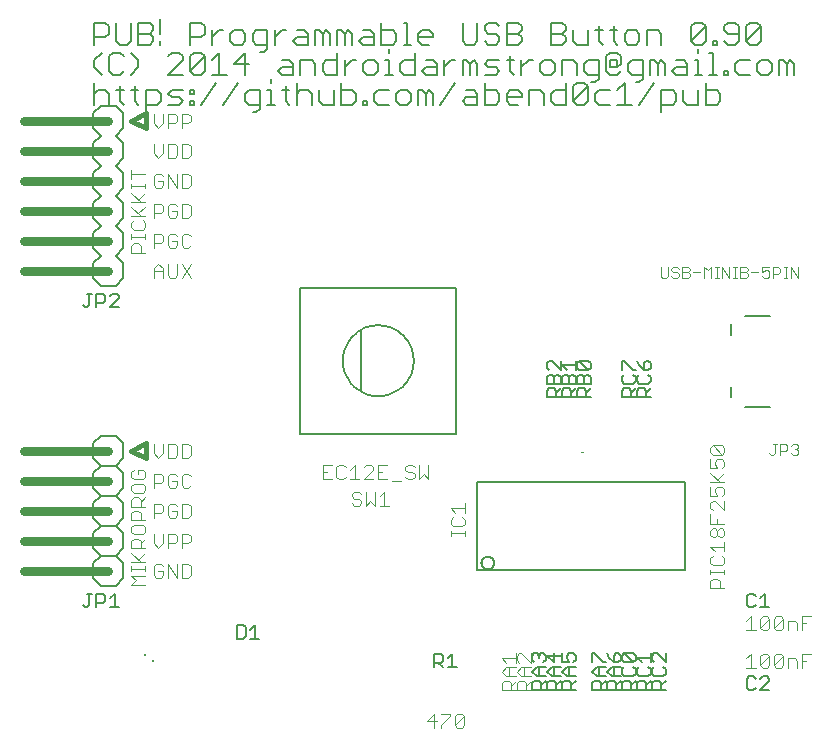
<source format=gto>
G75*
%MOIN*%
%OFA0B0*%
%FSLAX24Y24*%
%IPPOS*%
%LPD*%
%AMOC8*
5,1,8,0,0,1.08239X$1,22.5*
%
%ADD10C,0.0160*%
%ADD11C,0.0040*%
%ADD12C,0.0060*%
%ADD13C,0.0098*%
%ADD14R,0.0079X0.0079*%
%ADD15C,0.0050*%
%ADD16C,0.0000*%
%ADD17C,0.0080*%
%ADD18C,0.0030*%
%ADD19C,0.0300*%
D10*
X003800Y009680D02*
X004300Y009430D01*
X004300Y009930D01*
X003800Y009680D01*
X004300Y020430D02*
X004300Y020930D01*
X003800Y020680D01*
X004300Y020430D01*
D11*
X004570Y020603D02*
X004723Y020450D01*
X004877Y020603D01*
X004877Y020910D01*
X005030Y020910D02*
X005261Y020910D01*
X005337Y020834D01*
X005337Y020680D01*
X005261Y020603D01*
X005030Y020603D01*
X005030Y020450D02*
X005030Y020910D01*
X005491Y020910D02*
X005721Y020910D01*
X005798Y020834D01*
X005798Y020680D01*
X005721Y020603D01*
X005491Y020603D01*
X005491Y020450D02*
X005491Y020910D01*
X004570Y020910D02*
X004570Y020603D01*
X004570Y019910D02*
X004570Y019603D01*
X004723Y019450D01*
X004877Y019603D01*
X004877Y019910D01*
X005030Y019910D02*
X005261Y019910D01*
X005337Y019834D01*
X005337Y019527D01*
X005261Y019450D01*
X005030Y019450D01*
X005030Y019910D01*
X005491Y019910D02*
X005721Y019910D01*
X005798Y019834D01*
X005798Y019527D01*
X005721Y019450D01*
X005491Y019450D01*
X005491Y019910D01*
X005491Y018910D02*
X005721Y018910D01*
X005798Y018834D01*
X005798Y018527D01*
X005721Y018450D01*
X005491Y018450D01*
X005491Y018910D01*
X005337Y018910D02*
X005337Y018450D01*
X005030Y018910D01*
X005030Y018450D01*
X004877Y018527D02*
X004877Y018680D01*
X004723Y018680D01*
X004570Y018527D02*
X004647Y018450D01*
X004800Y018450D01*
X004877Y018527D01*
X004877Y018834D02*
X004800Y018910D01*
X004647Y018910D01*
X004570Y018834D01*
X004570Y018527D01*
X004280Y018509D02*
X003820Y018509D01*
X003820Y018433D02*
X003820Y018586D01*
X003820Y018740D02*
X003820Y019047D01*
X003820Y018893D02*
X004280Y018893D01*
X004280Y018586D02*
X004280Y018433D01*
X004280Y018279D02*
X004050Y018049D01*
X004127Y017972D02*
X003820Y018279D01*
X003820Y017972D02*
X004280Y017972D01*
X004280Y017819D02*
X004050Y017589D01*
X004127Y017512D02*
X003820Y017819D01*
X003820Y017512D02*
X004280Y017512D01*
X004203Y017358D02*
X004280Y017282D01*
X004280Y017128D01*
X004203Y017051D01*
X003896Y017051D01*
X003820Y017128D01*
X003820Y017282D01*
X003896Y017358D01*
X003820Y016898D02*
X003820Y016745D01*
X003820Y016821D02*
X004280Y016821D01*
X004280Y016745D02*
X004280Y016898D01*
X004570Y016910D02*
X004800Y016910D01*
X004877Y016834D01*
X004877Y016680D01*
X004800Y016603D01*
X004570Y016603D01*
X004570Y016450D02*
X004570Y016910D01*
X004127Y016514D02*
X004127Y016284D01*
X004280Y016284D02*
X003820Y016284D01*
X003820Y016514D01*
X003896Y016591D01*
X004050Y016591D01*
X004127Y016514D01*
X004723Y015910D02*
X004570Y015757D01*
X004570Y015450D01*
X004570Y015680D02*
X004877Y015680D01*
X004877Y015757D02*
X004877Y015450D01*
X005030Y015527D02*
X005107Y015450D01*
X005261Y015450D01*
X005337Y015527D01*
X005337Y015910D01*
X005491Y015910D02*
X005798Y015450D01*
X005491Y015450D02*
X005798Y015910D01*
X005721Y016450D02*
X005798Y016527D01*
X005721Y016450D02*
X005568Y016450D01*
X005491Y016527D01*
X005491Y016834D01*
X005568Y016910D01*
X005721Y016910D01*
X005798Y016834D01*
X005337Y016834D02*
X005261Y016910D01*
X005107Y016910D01*
X005030Y016834D01*
X005030Y016527D01*
X005107Y016450D01*
X005261Y016450D01*
X005337Y016527D01*
X005337Y016680D01*
X005184Y016680D01*
X005107Y017450D02*
X005261Y017450D01*
X005337Y017527D01*
X005337Y017680D01*
X005184Y017680D01*
X005030Y017527D02*
X005107Y017450D01*
X005030Y017527D02*
X005030Y017834D01*
X005107Y017910D01*
X005261Y017910D01*
X005337Y017834D01*
X005491Y017910D02*
X005721Y017910D01*
X005798Y017834D01*
X005798Y017527D01*
X005721Y017450D01*
X005491Y017450D01*
X005491Y017910D01*
X004877Y017834D02*
X004877Y017680D01*
X004800Y017603D01*
X004570Y017603D01*
X004570Y017450D02*
X004570Y017910D01*
X004800Y017910D01*
X004877Y017834D01*
X005030Y015910D02*
X005030Y015527D01*
X004877Y015757D02*
X004723Y015910D01*
X004570Y009910D02*
X004570Y009603D01*
X004723Y009450D01*
X004877Y009603D01*
X004877Y009910D01*
X005030Y009910D02*
X005261Y009910D01*
X005337Y009834D01*
X005337Y009527D01*
X005261Y009450D01*
X005030Y009450D01*
X005030Y009910D01*
X005491Y009910D02*
X005721Y009910D01*
X005798Y009834D01*
X005798Y009527D01*
X005721Y009450D01*
X005491Y009450D01*
X005491Y009910D01*
X005568Y008910D02*
X005491Y008834D01*
X005491Y008527D01*
X005568Y008450D01*
X005721Y008450D01*
X005798Y008527D01*
X005798Y008834D02*
X005721Y008910D01*
X005568Y008910D01*
X005337Y008834D02*
X005261Y008910D01*
X005107Y008910D01*
X005030Y008834D01*
X005030Y008527D01*
X005107Y008450D01*
X005261Y008450D01*
X005337Y008527D01*
X005337Y008680D01*
X005184Y008680D01*
X004877Y008680D02*
X004800Y008603D01*
X004570Y008603D01*
X004570Y008450D02*
X004570Y008910D01*
X004800Y008910D01*
X004877Y008834D01*
X004877Y008680D01*
X004280Y008816D02*
X004280Y008970D01*
X004203Y009047D01*
X004050Y009047D01*
X004050Y008893D01*
X004203Y008740D02*
X003896Y008740D01*
X003820Y008816D01*
X003820Y008970D01*
X003896Y009047D01*
X004203Y008740D02*
X004280Y008816D01*
X004203Y008586D02*
X003896Y008586D01*
X003820Y008509D01*
X003820Y008356D01*
X003896Y008279D01*
X004203Y008279D01*
X004280Y008356D01*
X004280Y008509D01*
X004203Y008586D01*
X004280Y008126D02*
X004127Y007972D01*
X004127Y008049D02*
X004127Y007819D01*
X004280Y007819D02*
X003820Y007819D01*
X003820Y008049D01*
X003896Y008126D01*
X004050Y008126D01*
X004127Y008049D01*
X004050Y007665D02*
X004127Y007589D01*
X004127Y007358D01*
X004280Y007358D02*
X003820Y007358D01*
X003820Y007589D01*
X003896Y007665D01*
X004050Y007665D01*
X004203Y007205D02*
X003896Y007205D01*
X003820Y007128D01*
X003820Y006975D01*
X003896Y006898D01*
X004203Y006898D01*
X004280Y006975D01*
X004280Y007128D01*
X004203Y007205D01*
X004570Y007450D02*
X004570Y007910D01*
X004800Y007910D01*
X004877Y007834D01*
X004877Y007680D01*
X004800Y007603D01*
X004570Y007603D01*
X005030Y007527D02*
X005107Y007450D01*
X005261Y007450D01*
X005337Y007527D01*
X005337Y007680D01*
X005184Y007680D01*
X005030Y007834D02*
X005030Y007527D01*
X005030Y007834D02*
X005107Y007910D01*
X005261Y007910D01*
X005337Y007834D01*
X005491Y007910D02*
X005491Y007450D01*
X005721Y007450D01*
X005798Y007527D01*
X005798Y007834D01*
X005721Y007910D01*
X005491Y007910D01*
X005491Y006910D02*
X005721Y006910D01*
X005798Y006834D01*
X005798Y006680D01*
X005721Y006603D01*
X005491Y006603D01*
X005491Y006450D02*
X005491Y006910D01*
X005337Y006834D02*
X005261Y006910D01*
X005030Y006910D01*
X005030Y006450D01*
X005030Y006603D02*
X005261Y006603D01*
X005337Y006680D01*
X005337Y006834D01*
X004877Y006910D02*
X004877Y006603D01*
X004723Y006450D01*
X004570Y006603D01*
X004570Y006910D01*
X004280Y006745D02*
X004127Y006591D01*
X004127Y006668D02*
X004127Y006438D01*
X004280Y006438D02*
X003820Y006438D01*
X003820Y006668D01*
X003896Y006745D01*
X004050Y006745D01*
X004127Y006668D01*
X004280Y006284D02*
X004050Y006054D01*
X004127Y005977D02*
X003820Y006284D01*
X003820Y005977D02*
X004280Y005977D01*
X004280Y005824D02*
X004280Y005670D01*
X004280Y005747D02*
X003820Y005747D01*
X003820Y005670D02*
X003820Y005824D01*
X003820Y005517D02*
X004280Y005517D01*
X004570Y005527D02*
X004647Y005450D01*
X004800Y005450D01*
X004877Y005527D01*
X004877Y005680D01*
X004723Y005680D01*
X004570Y005527D02*
X004570Y005834D01*
X004647Y005910D01*
X004800Y005910D01*
X004877Y005834D01*
X005030Y005910D02*
X005337Y005450D01*
X005337Y005910D01*
X005491Y005910D02*
X005721Y005910D01*
X005798Y005834D01*
X005798Y005527D01*
X005721Y005450D01*
X005491Y005450D01*
X005491Y005910D01*
X005030Y005910D02*
X005030Y005450D01*
X004280Y005210D02*
X003820Y005210D01*
X003973Y005363D01*
X003820Y005517D01*
X010192Y008743D02*
X010499Y008743D01*
X010652Y008820D02*
X010729Y008743D01*
X010883Y008743D01*
X010959Y008820D01*
X011113Y008743D02*
X011420Y008743D01*
X011573Y008743D02*
X011880Y009050D01*
X011880Y009127D01*
X011803Y009204D01*
X011650Y009204D01*
X011573Y009127D01*
X011266Y009204D02*
X011266Y008743D01*
X011573Y008743D02*
X011880Y008743D01*
X012034Y008743D02*
X012341Y008743D01*
X012494Y008667D02*
X012801Y008667D01*
X012954Y008820D02*
X013031Y008743D01*
X013185Y008743D01*
X013261Y008820D01*
X013261Y008897D01*
X013185Y008974D01*
X013031Y008974D01*
X012954Y009050D01*
X012954Y009127D01*
X013031Y009204D01*
X013185Y009204D01*
X013261Y009127D01*
X013415Y009204D02*
X013415Y008743D01*
X013568Y008897D01*
X013722Y008743D01*
X013722Y009204D01*
X012341Y009204D02*
X012034Y009204D01*
X012034Y008743D01*
X012034Y008974D02*
X012187Y008974D01*
X012247Y008314D02*
X012247Y007854D01*
X012094Y007854D02*
X012401Y007854D01*
X012094Y008160D02*
X012247Y008314D01*
X011940Y008314D02*
X011940Y007854D01*
X011787Y008007D01*
X011633Y007854D01*
X011633Y008314D01*
X011480Y008237D02*
X011403Y008314D01*
X011250Y008314D01*
X011173Y008237D01*
X011173Y008160D01*
X011250Y008084D01*
X011403Y008084D01*
X011480Y008007D01*
X011480Y007930D01*
X011403Y007854D01*
X011250Y007854D01*
X011173Y007930D01*
X010652Y008820D02*
X010652Y009127D01*
X010729Y009204D01*
X010883Y009204D01*
X010959Y009127D01*
X011113Y009050D02*
X011266Y009204D01*
X010499Y009204D02*
X010192Y009204D01*
X010192Y008743D01*
X010192Y008974D02*
X010346Y008974D01*
X014470Y007771D02*
X014930Y007771D01*
X014930Y007924D02*
X014930Y007617D01*
X014853Y007464D02*
X014930Y007387D01*
X014930Y007234D01*
X014853Y007157D01*
X014546Y007157D01*
X014470Y007234D01*
X014470Y007387D01*
X014546Y007464D01*
X014623Y007617D02*
X014470Y007771D01*
X014470Y007003D02*
X014470Y006850D01*
X014470Y006927D02*
X014930Y006927D01*
X014930Y007003D02*
X014930Y006850D01*
X016630Y002928D02*
X016630Y002621D01*
X016670Y002698D02*
X016746Y002621D01*
X016670Y002698D02*
X016670Y002851D01*
X016746Y002928D01*
X016823Y002928D01*
X017130Y002621D01*
X017130Y002928D01*
X017130Y002467D02*
X016823Y002467D01*
X016670Y002314D01*
X016823Y002160D01*
X017130Y002160D01*
X017130Y002007D02*
X016977Y001853D01*
X016977Y001930D02*
X016977Y001700D01*
X017130Y001700D02*
X016670Y001700D01*
X016670Y001930D01*
X016746Y002007D01*
X016900Y002007D01*
X016977Y001930D01*
X016900Y002160D02*
X016900Y002467D01*
X016630Y002467D02*
X016323Y002467D01*
X016170Y002314D01*
X016323Y002160D01*
X016630Y002160D01*
X016630Y002007D02*
X016477Y001853D01*
X016477Y001930D02*
X016477Y001700D01*
X016630Y001700D02*
X016170Y001700D01*
X016170Y001930D01*
X016246Y002007D01*
X016400Y002007D01*
X016477Y001930D01*
X016400Y002160D02*
X016400Y002467D01*
X016323Y002621D02*
X016170Y002774D01*
X016630Y002774D01*
X014840Y000910D02*
X014686Y000910D01*
X014610Y000834D01*
X014610Y000527D01*
X014917Y000834D01*
X014917Y000527D01*
X014840Y000450D01*
X014686Y000450D01*
X014610Y000527D01*
X014456Y000834D02*
X014149Y000527D01*
X014149Y000450D01*
X013919Y000450D02*
X013919Y000910D01*
X013689Y000680D01*
X013996Y000680D01*
X014149Y000910D02*
X014456Y000910D01*
X014456Y000834D01*
X014840Y000910D02*
X014917Y000834D01*
X023120Y005100D02*
X023120Y005330D01*
X023196Y005407D01*
X023350Y005407D01*
X023427Y005330D01*
X023427Y005100D01*
X023580Y005100D02*
X023120Y005100D01*
X023120Y005560D02*
X023120Y005714D01*
X023120Y005637D02*
X023580Y005637D01*
X023580Y005560D02*
X023580Y005714D01*
X023503Y005867D02*
X023196Y005867D01*
X023120Y005944D01*
X023120Y006098D01*
X023196Y006174D01*
X023273Y006328D02*
X023120Y006481D01*
X023580Y006481D01*
X023580Y006328D02*
X023580Y006635D01*
X023503Y006788D02*
X023427Y006788D01*
X023350Y006865D01*
X023350Y007018D01*
X023427Y007095D01*
X023503Y007095D01*
X023580Y007018D01*
X023580Y006865D01*
X023503Y006788D01*
X023350Y006865D02*
X023273Y006788D01*
X023196Y006788D01*
X023120Y006865D01*
X023120Y007018D01*
X023196Y007095D01*
X023273Y007095D01*
X023350Y007018D01*
X023350Y007248D02*
X023350Y007402D01*
X023580Y007248D02*
X023120Y007248D01*
X023120Y007555D01*
X023196Y007709D02*
X023120Y007786D01*
X023120Y007939D01*
X023196Y008016D01*
X023273Y008016D01*
X023580Y007709D01*
X023580Y008016D01*
X023503Y008169D02*
X023580Y008246D01*
X023580Y008399D01*
X023503Y008476D01*
X023350Y008476D01*
X023273Y008399D01*
X023273Y008323D01*
X023350Y008169D01*
X023120Y008169D01*
X023120Y008476D01*
X023120Y008630D02*
X023580Y008630D01*
X023427Y008630D02*
X023120Y008937D01*
X023120Y009090D02*
X023350Y009090D01*
X023273Y009244D01*
X023273Y009320D01*
X023350Y009397D01*
X023503Y009397D01*
X023580Y009320D01*
X023580Y009167D01*
X023503Y009090D01*
X023580Y008937D02*
X023350Y008706D01*
X023120Y009090D02*
X023120Y009397D01*
X023196Y009550D02*
X023120Y009627D01*
X023120Y009781D01*
X023196Y009857D01*
X023503Y009550D01*
X023580Y009627D01*
X023580Y009781D01*
X023503Y009857D01*
X023196Y009857D01*
X023196Y009550D02*
X023503Y009550D01*
X023503Y006174D02*
X023580Y006098D01*
X023580Y005944D01*
X023503Y005867D01*
X024473Y004160D02*
X024473Y003700D01*
X024320Y003700D02*
X024627Y003700D01*
X024780Y003777D02*
X025087Y004084D01*
X025087Y003777D01*
X025011Y003700D01*
X024857Y003700D01*
X024780Y003777D01*
X024780Y004084D01*
X024857Y004160D01*
X025011Y004160D01*
X025087Y004084D01*
X025241Y004084D02*
X025318Y004160D01*
X025471Y004160D01*
X025548Y004084D01*
X025241Y003777D01*
X025318Y003700D01*
X025471Y003700D01*
X025548Y003777D01*
X025548Y004084D01*
X025701Y004007D02*
X025931Y004007D01*
X026008Y003930D01*
X026008Y003700D01*
X026162Y003700D02*
X026162Y004160D01*
X026468Y004160D01*
X026315Y003930D02*
X026162Y003930D01*
X025701Y004007D02*
X025701Y003700D01*
X025241Y003777D02*
X025241Y004084D01*
X024473Y004160D02*
X024320Y004007D01*
X024473Y002910D02*
X024473Y002450D01*
X024320Y002450D02*
X024627Y002450D01*
X024780Y002527D02*
X025087Y002834D01*
X025087Y002527D01*
X025011Y002450D01*
X024857Y002450D01*
X024780Y002527D01*
X024780Y002834D01*
X024857Y002910D01*
X025011Y002910D01*
X025087Y002834D01*
X025241Y002834D02*
X025318Y002910D01*
X025471Y002910D01*
X025548Y002834D01*
X025241Y002527D01*
X025318Y002450D01*
X025471Y002450D01*
X025548Y002527D01*
X025548Y002834D01*
X025701Y002757D02*
X025931Y002757D01*
X026008Y002680D01*
X026008Y002450D01*
X026162Y002450D02*
X026162Y002910D01*
X026468Y002910D01*
X026315Y002680D02*
X026162Y002680D01*
X025701Y002757D02*
X025701Y002450D01*
X025241Y002527D02*
X025241Y002834D01*
X024473Y002910D02*
X024320Y002757D01*
D12*
X022280Y005718D02*
X022280Y008642D01*
X015330Y008642D01*
X015330Y005718D01*
X022280Y005718D01*
X015490Y005940D02*
X015492Y005969D01*
X015498Y005997D01*
X015507Y006024D01*
X015521Y006049D01*
X015537Y006073D01*
X015557Y006093D01*
X015579Y006112D01*
X015603Y006126D01*
X015630Y006138D01*
X015657Y006146D01*
X015686Y006150D01*
X015714Y006150D01*
X015743Y006146D01*
X015770Y006138D01*
X015797Y006126D01*
X015821Y006112D01*
X015843Y006093D01*
X015863Y006073D01*
X015879Y006049D01*
X015893Y006024D01*
X015902Y005997D01*
X015908Y005969D01*
X015910Y005940D01*
X015908Y005911D01*
X015902Y005883D01*
X015893Y005856D01*
X015879Y005831D01*
X015863Y005807D01*
X015843Y005787D01*
X015821Y005768D01*
X015797Y005754D01*
X015770Y005742D01*
X015743Y005734D01*
X015714Y005730D01*
X015686Y005730D01*
X015657Y005734D01*
X015630Y005742D01*
X015603Y005754D01*
X015579Y005768D01*
X015557Y005787D01*
X015537Y005807D01*
X015521Y005831D01*
X015507Y005856D01*
X015498Y005883D01*
X015492Y005911D01*
X015490Y005940D01*
X003550Y005930D02*
X003550Y005430D01*
X003300Y005180D01*
X002800Y005180D01*
X002550Y005430D01*
X002550Y005930D01*
X002800Y006180D01*
X002550Y006430D01*
X002550Y006930D01*
X002800Y007180D01*
X002550Y007430D01*
X002550Y007930D01*
X002800Y008180D01*
X002550Y008430D01*
X002550Y008930D01*
X002800Y009180D01*
X002550Y009430D01*
X002550Y009930D01*
X002800Y010180D01*
X003300Y010180D01*
X003550Y009930D01*
X003550Y009430D01*
X003300Y009180D01*
X003550Y008930D01*
X003550Y008430D01*
X003300Y008180D01*
X003550Y007930D01*
X003550Y007430D01*
X003300Y007180D01*
X003550Y006930D01*
X003550Y006430D01*
X003300Y006180D01*
X003550Y005930D01*
X003300Y006180D02*
X002800Y006180D01*
X002800Y007180D02*
X003300Y007180D01*
X003300Y008180D02*
X002800Y008180D01*
X002800Y009180D02*
X003300Y009180D01*
X003300Y015180D02*
X002800Y015180D01*
X002550Y015430D01*
X002550Y015930D01*
X002800Y016180D01*
X002550Y016430D01*
X002550Y016930D01*
X002800Y017180D01*
X002550Y017430D01*
X002550Y017930D01*
X002800Y018180D01*
X002550Y018430D01*
X002550Y018930D01*
X002800Y019180D01*
X002550Y019430D01*
X002550Y019930D01*
X002800Y020180D01*
X002550Y020430D01*
X002550Y020930D01*
X002800Y021180D01*
X003300Y021180D01*
X003550Y020930D01*
X003550Y020430D01*
X003300Y020180D01*
X003550Y019930D01*
X003550Y019430D01*
X003300Y019180D01*
X003550Y018930D01*
X003550Y018430D01*
X003300Y018180D01*
X003550Y017930D01*
X003550Y017430D01*
X003300Y017180D01*
X003550Y016930D01*
X003550Y016430D01*
X003300Y016180D01*
X003550Y015930D01*
X003550Y015430D01*
X003300Y015180D01*
X004299Y020963D02*
X004299Y021704D01*
X004669Y021704D01*
X004793Y021580D01*
X004793Y021333D01*
X004669Y021210D01*
X004299Y021210D01*
X004055Y021210D02*
X003931Y021333D01*
X003931Y021827D01*
X003808Y021704D02*
X004055Y021704D01*
X003564Y021704D02*
X003317Y021704D01*
X003440Y021827D02*
X003440Y021333D01*
X003564Y021210D01*
X003074Y021210D02*
X003074Y021580D01*
X002950Y021704D01*
X002703Y021704D01*
X002580Y021580D01*
X002580Y021210D02*
X002580Y021951D01*
X002827Y022210D02*
X002580Y022457D01*
X002580Y022704D01*
X002827Y022951D01*
X003071Y022827D02*
X003071Y022333D01*
X003195Y022210D01*
X003441Y022210D01*
X003565Y022333D01*
X003808Y022210D02*
X004055Y022457D01*
X004055Y022704D01*
X003808Y022951D01*
X003565Y022827D02*
X003441Y022951D01*
X003195Y022951D01*
X003071Y022827D01*
X003440Y023210D02*
X003687Y023210D01*
X003810Y023333D01*
X003810Y023951D01*
X004053Y023951D02*
X004424Y023951D01*
X004547Y023827D01*
X004547Y023704D01*
X004424Y023580D01*
X004053Y023580D01*
X004053Y023210D02*
X004424Y023210D01*
X004547Y023333D01*
X004547Y023457D01*
X004424Y023580D01*
X004790Y023580D02*
X004790Y024074D01*
X004790Y023333D02*
X004790Y023210D01*
X005159Y022951D02*
X005035Y022827D01*
X005159Y022951D02*
X005406Y022951D01*
X005529Y022827D01*
X005529Y022704D01*
X005035Y022210D01*
X005529Y022210D01*
X005772Y022333D02*
X006266Y022827D01*
X006266Y022333D01*
X006142Y022210D01*
X005895Y022210D01*
X005772Y022333D01*
X005772Y022827D01*
X005895Y022951D01*
X006142Y022951D01*
X006266Y022827D01*
X006509Y022704D02*
X006756Y022951D01*
X006756Y022210D01*
X007002Y022210D02*
X006509Y022210D01*
X006634Y021951D02*
X006140Y021210D01*
X005895Y021210D02*
X005895Y021333D01*
X005772Y021333D01*
X005772Y021210D01*
X005895Y021210D01*
X005529Y021333D02*
X005406Y021457D01*
X005159Y021457D01*
X005035Y021580D01*
X005159Y021704D01*
X005529Y021704D01*
X005772Y021704D02*
X005772Y021580D01*
X005895Y021580D01*
X005895Y021704D01*
X005772Y021704D01*
X005529Y021333D02*
X005406Y021210D01*
X005035Y021210D01*
X006877Y021210D02*
X007371Y021951D01*
X007616Y022210D02*
X007616Y022951D01*
X007245Y022580D01*
X007739Y022580D01*
X008106Y022963D02*
X008229Y022963D01*
X008353Y023087D01*
X008353Y023704D01*
X007983Y023704D01*
X007859Y023580D01*
X007859Y023333D01*
X007983Y023210D01*
X008353Y023210D01*
X008596Y023210D02*
X008596Y023704D01*
X008596Y023457D02*
X008843Y023704D01*
X008966Y023704D01*
X009333Y023704D02*
X009580Y023704D01*
X009703Y023580D01*
X009703Y023210D01*
X009333Y023210D01*
X009210Y023333D01*
X009333Y023457D01*
X009703Y023457D01*
X009946Y023210D02*
X009946Y023704D01*
X010070Y023704D01*
X010193Y023580D01*
X010317Y023704D01*
X010440Y023580D01*
X010440Y023210D01*
X010683Y023210D02*
X010683Y023704D01*
X010806Y023704D01*
X010930Y023580D01*
X011053Y023704D01*
X011177Y023580D01*
X011177Y023210D01*
X010930Y023210D02*
X010930Y023580D01*
X011420Y023333D02*
X011543Y023457D01*
X011913Y023457D01*
X011913Y023580D02*
X011913Y023210D01*
X011543Y023210D01*
X011420Y023333D01*
X011543Y023704D02*
X011790Y023704D01*
X011913Y023580D01*
X012156Y023704D02*
X012526Y023704D01*
X012650Y023580D01*
X012650Y023333D01*
X012526Y023210D01*
X012156Y023210D01*
X012156Y023951D01*
X012893Y023951D02*
X013016Y023951D01*
X013016Y023210D01*
X012893Y023210D02*
X013140Y023210D01*
X013384Y023333D02*
X013384Y023580D01*
X013507Y023704D01*
X013754Y023704D01*
X013878Y023580D01*
X013878Y023457D01*
X013384Y023457D01*
X013384Y023333D02*
X013507Y023210D01*
X013754Y023210D01*
X013630Y022704D02*
X013877Y022704D01*
X014000Y022580D01*
X014000Y022210D01*
X013630Y022210D01*
X013507Y022333D01*
X013630Y022457D01*
X014000Y022457D01*
X014243Y022457D02*
X014490Y022704D01*
X014614Y022704D01*
X014857Y022704D02*
X014981Y022704D01*
X015104Y022580D01*
X015227Y022704D01*
X015351Y022580D01*
X015351Y022210D01*
X015594Y022210D02*
X015964Y022210D01*
X016088Y022333D01*
X015964Y022457D01*
X015717Y022457D01*
X015594Y022580D01*
X015717Y022704D01*
X016088Y022704D01*
X016330Y022704D02*
X016577Y022704D01*
X016454Y022827D02*
X016454Y022333D01*
X016577Y022210D01*
X016821Y022210D02*
X016821Y022704D01*
X016821Y022457D02*
X017068Y022704D01*
X017192Y022704D01*
X017435Y022580D02*
X017435Y022333D01*
X017559Y022210D01*
X017806Y022210D01*
X017929Y022333D01*
X017929Y022580D01*
X017806Y022704D01*
X017559Y022704D01*
X017435Y022580D01*
X017804Y023210D02*
X018174Y023210D01*
X018297Y023333D01*
X018297Y023457D01*
X018174Y023580D01*
X017804Y023580D01*
X017804Y023210D02*
X017804Y023951D01*
X018174Y023951D01*
X018297Y023827D01*
X018297Y023704D01*
X018174Y023580D01*
X018540Y023704D02*
X018540Y023333D01*
X018664Y023210D01*
X019034Y023210D01*
X019034Y023704D01*
X019277Y023704D02*
X019524Y023704D01*
X019400Y023827D02*
X019400Y023333D01*
X019524Y023210D01*
X019769Y022951D02*
X020016Y022951D01*
X020139Y022827D01*
X020139Y022580D01*
X020016Y022457D01*
X020016Y022704D01*
X019769Y022704D01*
X019769Y022457D01*
X020016Y022457D01*
X020139Y022333D02*
X020016Y022210D01*
X019769Y022210D01*
X019645Y022333D01*
X019645Y022827D01*
X019769Y022951D01*
X020015Y023210D02*
X019891Y023333D01*
X019891Y023827D01*
X019768Y023704D02*
X020015Y023704D01*
X020259Y023580D02*
X020259Y023333D01*
X020383Y023210D01*
X020629Y023210D01*
X020753Y023333D01*
X020753Y023580D01*
X020629Y023704D01*
X020383Y023704D01*
X020259Y023580D01*
X020996Y023704D02*
X020996Y023210D01*
X021489Y023210D02*
X021489Y023580D01*
X021366Y023704D01*
X020996Y023704D01*
X020876Y022704D02*
X020505Y022704D01*
X020382Y022580D01*
X020382Y022333D01*
X020505Y022210D01*
X020876Y022210D01*
X020876Y022087D02*
X020876Y022704D01*
X021118Y022704D02*
X021242Y022704D01*
X021365Y022580D01*
X021489Y022704D01*
X021612Y022580D01*
X021612Y022210D01*
X021365Y022210D02*
X021365Y022580D01*
X021118Y022704D02*
X021118Y022210D01*
X020876Y022087D02*
X020752Y021963D01*
X020629Y021963D01*
X020260Y021951D02*
X020260Y021210D01*
X020014Y021210D02*
X020507Y021210D01*
X020750Y021210D02*
X021244Y021951D01*
X021487Y021704D02*
X021857Y021704D01*
X021981Y021580D01*
X021981Y021333D01*
X021857Y021210D01*
X021487Y021210D01*
X021487Y020963D02*
X021487Y021704D01*
X021979Y022210D02*
X021855Y022333D01*
X021979Y022457D01*
X022349Y022457D01*
X022349Y022580D02*
X022225Y022704D01*
X021979Y022704D01*
X022349Y022580D02*
X022349Y022210D01*
X021979Y022210D01*
X022223Y021704D02*
X022223Y021333D01*
X022347Y021210D01*
X022717Y021210D01*
X022717Y021704D01*
X022960Y021704D02*
X023330Y021704D01*
X023454Y021580D01*
X023454Y021333D01*
X023330Y021210D01*
X022960Y021210D01*
X022960Y021951D01*
X022839Y022210D02*
X022592Y022210D01*
X022715Y022210D02*
X022715Y022704D01*
X022592Y022704D01*
X022715Y022951D02*
X022715Y023074D01*
X022592Y023210D02*
X022469Y023333D01*
X022963Y023827D01*
X022963Y023333D01*
X022839Y023210D01*
X022592Y023210D01*
X022469Y023333D02*
X022469Y023827D01*
X022592Y023951D01*
X022839Y023951D01*
X022963Y023827D01*
X023206Y023333D02*
X023329Y023333D01*
X023329Y023210D01*
X023206Y023210D01*
X023206Y023333D01*
X023574Y023333D02*
X023697Y023210D01*
X023944Y023210D01*
X024068Y023333D01*
X024068Y023827D01*
X023944Y023951D01*
X023697Y023951D01*
X023574Y023827D01*
X023574Y023704D01*
X023697Y023580D01*
X024068Y023580D01*
X024311Y023333D02*
X024434Y023210D01*
X024681Y023210D01*
X024804Y023333D01*
X024804Y023827D01*
X024311Y023333D01*
X024311Y023827D01*
X024434Y023951D01*
X024681Y023951D01*
X024804Y023827D01*
X024802Y022704D02*
X024679Y022580D01*
X024679Y022333D01*
X024802Y022210D01*
X025049Y022210D01*
X025173Y022333D01*
X025173Y022580D01*
X025049Y022704D01*
X024802Y022704D01*
X024436Y022704D02*
X024066Y022704D01*
X023942Y022580D01*
X023942Y022333D01*
X024066Y022210D01*
X024436Y022210D01*
X023697Y022210D02*
X023574Y022210D01*
X023574Y022333D01*
X023697Y022333D01*
X023697Y022210D01*
X023330Y022210D02*
X023083Y022210D01*
X023206Y022210D02*
X023206Y022951D01*
X023083Y022951D01*
X025415Y022704D02*
X025415Y022210D01*
X025662Y022210D02*
X025662Y022580D01*
X025786Y022704D01*
X025909Y022580D01*
X025909Y022210D01*
X025662Y022580D02*
X025539Y022704D01*
X025415Y022704D01*
X020260Y021951D02*
X020014Y021704D01*
X019771Y021704D02*
X019400Y021704D01*
X019277Y021580D01*
X019277Y021333D01*
X019400Y021210D01*
X019771Y021210D01*
X019034Y021333D02*
X018911Y021210D01*
X018664Y021210D01*
X018540Y021333D01*
X019034Y021827D01*
X019034Y021333D01*
X018540Y021333D02*
X018540Y021827D01*
X018664Y021951D01*
X018911Y021951D01*
X019034Y021827D01*
X019155Y021963D02*
X019279Y021963D01*
X019402Y022087D01*
X019402Y022704D01*
X019032Y022704D01*
X018909Y022580D01*
X018909Y022333D01*
X019032Y022210D01*
X019402Y022210D01*
X018666Y022210D02*
X018666Y022580D01*
X018542Y022704D01*
X018172Y022704D01*
X018172Y022210D01*
X018297Y021951D02*
X018297Y021210D01*
X017927Y021210D01*
X017804Y021333D01*
X017804Y021580D01*
X017927Y021704D01*
X018297Y021704D01*
X017561Y021580D02*
X017561Y021210D01*
X017067Y021210D02*
X017067Y021704D01*
X017437Y021704D01*
X017561Y021580D01*
X016824Y021580D02*
X016824Y021457D01*
X016330Y021457D01*
X016330Y021580D02*
X016330Y021333D01*
X016454Y021210D01*
X016701Y021210D01*
X016824Y021580D02*
X016701Y021704D01*
X016454Y021704D01*
X016330Y021580D01*
X016088Y021580D02*
X016088Y021333D01*
X015964Y021210D01*
X015594Y021210D01*
X015594Y021951D01*
X015594Y021704D02*
X015964Y021704D01*
X016088Y021580D01*
X015351Y021580D02*
X015351Y021210D01*
X014981Y021210D01*
X014857Y021333D01*
X014981Y021457D01*
X015351Y021457D01*
X015351Y021580D02*
X015227Y021704D01*
X014981Y021704D01*
X014614Y021951D02*
X014121Y021210D01*
X013878Y021210D02*
X013878Y021580D01*
X013754Y021704D01*
X013631Y021580D01*
X013631Y021210D01*
X013384Y021210D02*
X013384Y021704D01*
X013507Y021704D01*
X013631Y021580D01*
X013141Y021580D02*
X013141Y021333D01*
X013018Y021210D01*
X012771Y021210D01*
X012647Y021333D01*
X012647Y021580D01*
X012771Y021704D01*
X013018Y021704D01*
X013141Y021580D01*
X013264Y022210D02*
X012893Y022210D01*
X012770Y022333D01*
X012770Y022580D01*
X012893Y022704D01*
X013264Y022704D01*
X013264Y022951D02*
X013264Y022210D01*
X012526Y022210D02*
X012279Y022210D01*
X012402Y022210D02*
X012402Y022704D01*
X012279Y022704D01*
X012036Y022580D02*
X012036Y022333D01*
X011913Y022210D01*
X011666Y022210D01*
X011542Y022333D01*
X011542Y022580D01*
X011666Y022704D01*
X011913Y022704D01*
X012036Y022580D01*
X012402Y022951D02*
X012402Y023074D01*
X011299Y022704D02*
X011175Y022704D01*
X010928Y022457D01*
X010928Y022210D02*
X010928Y022704D01*
X010686Y022704D02*
X010315Y022704D01*
X010192Y022580D01*
X010192Y022333D01*
X010315Y022210D01*
X010686Y022210D01*
X010686Y022951D01*
X010193Y023210D02*
X010193Y023580D01*
X009826Y022704D02*
X009455Y022704D01*
X009455Y022210D01*
X009212Y022210D02*
X008842Y022210D01*
X008719Y022333D01*
X008842Y022457D01*
X009212Y022457D01*
X009212Y022580D02*
X009212Y022210D01*
X009332Y021951D02*
X009332Y021210D01*
X009088Y021210D02*
X008965Y021333D01*
X008965Y021827D01*
X009088Y021704D02*
X008841Y021704D01*
X009332Y021580D02*
X009456Y021704D01*
X009703Y021704D01*
X009826Y021580D01*
X009826Y021210D01*
X010069Y021333D02*
X010193Y021210D01*
X010563Y021210D01*
X010563Y021704D01*
X010806Y021704D02*
X011176Y021704D01*
X011299Y021580D01*
X011299Y021333D01*
X011176Y021210D01*
X010806Y021210D01*
X010806Y021951D01*
X010069Y021704D02*
X010069Y021333D01*
X009949Y022210D02*
X009949Y022580D01*
X009826Y022704D01*
X009212Y022580D02*
X009089Y022704D01*
X008842Y022704D01*
X008474Y022074D02*
X008474Y021951D01*
X008474Y021704D02*
X008474Y021210D01*
X008597Y021210D02*
X008350Y021210D01*
X008107Y021210D02*
X007737Y021210D01*
X007614Y021333D01*
X007614Y021580D01*
X007737Y021704D01*
X008107Y021704D01*
X008107Y021087D01*
X007984Y020963D01*
X007861Y020963D01*
X008350Y021704D02*
X008474Y021704D01*
X007493Y023210D02*
X007246Y023210D01*
X007123Y023333D01*
X007123Y023580D01*
X007246Y023704D01*
X007493Y023704D01*
X007616Y023580D01*
X007616Y023333D01*
X007493Y023210D01*
X006879Y023704D02*
X006756Y023704D01*
X006509Y023457D01*
X006509Y023210D02*
X006509Y023704D01*
X006266Y023827D02*
X006266Y023580D01*
X006142Y023457D01*
X005772Y023457D01*
X005772Y023210D02*
X005772Y023951D01*
X006142Y023951D01*
X006266Y023827D01*
X004053Y023951D02*
X004053Y023210D01*
X003440Y023210D02*
X003317Y023333D01*
X003317Y023951D01*
X003074Y023827D02*
X003074Y023580D01*
X002950Y023457D01*
X002580Y023457D01*
X002580Y023210D02*
X002580Y023951D01*
X002950Y023951D01*
X003074Y023827D01*
X011542Y021333D02*
X011542Y021210D01*
X011666Y021210D01*
X011666Y021333D01*
X011542Y021333D01*
X011911Y021333D02*
X012034Y021210D01*
X012404Y021210D01*
X012404Y021704D02*
X012034Y021704D01*
X011911Y021580D01*
X011911Y021333D01*
X014243Y022210D02*
X014243Y022704D01*
X014857Y022704D02*
X014857Y022210D01*
X015104Y022210D02*
X015104Y022580D01*
X014981Y023210D02*
X015227Y023210D01*
X015351Y023333D01*
X015351Y023951D01*
X015594Y023827D02*
X015594Y023704D01*
X015717Y023580D01*
X015964Y023580D01*
X016088Y023457D01*
X016088Y023333D01*
X015964Y023210D01*
X015717Y023210D01*
X015594Y023333D01*
X015594Y023827D02*
X015717Y023951D01*
X015964Y023951D01*
X016088Y023827D01*
X016330Y023951D02*
X016701Y023951D01*
X016824Y023827D01*
X016824Y023704D01*
X016701Y023580D01*
X016330Y023580D01*
X016330Y023210D02*
X016701Y023210D01*
X016824Y023333D01*
X016824Y023457D01*
X016701Y023580D01*
X016330Y023210D02*
X016330Y023951D01*
X014857Y023951D02*
X014857Y023333D01*
X014981Y023210D01*
D13*
X004265Y002887D03*
D14*
X004550Y002680D03*
D15*
X003415Y004455D02*
X003115Y004455D01*
X003265Y004455D02*
X003265Y004905D01*
X003115Y004755D01*
X002954Y004830D02*
X002954Y004680D01*
X002879Y004605D01*
X002654Y004605D01*
X002654Y004455D02*
X002654Y004905D01*
X002879Y004905D01*
X002954Y004830D01*
X002494Y004905D02*
X002344Y004905D01*
X002419Y004905D02*
X002419Y004530D01*
X002344Y004455D01*
X002269Y004455D01*
X002194Y004530D01*
X007325Y003865D02*
X007325Y003415D01*
X007550Y003415D01*
X007625Y003490D01*
X007625Y003790D01*
X007550Y003865D01*
X007325Y003865D01*
X007785Y003715D02*
X007936Y003865D01*
X007936Y003415D01*
X008086Y003415D02*
X007785Y003415D01*
X013904Y002905D02*
X013904Y002455D01*
X013904Y002605D02*
X014129Y002605D01*
X014204Y002680D01*
X014204Y002830D01*
X014129Y002905D01*
X013904Y002905D01*
X014054Y002605D02*
X014204Y002455D01*
X014365Y002455D02*
X014665Y002455D01*
X014515Y002455D02*
X014515Y002905D01*
X014365Y002755D01*
X017175Y002701D02*
X017175Y002851D01*
X017250Y002926D01*
X017325Y002926D01*
X017400Y002851D01*
X017475Y002926D01*
X017550Y002926D01*
X017625Y002851D01*
X017625Y002701D01*
X017550Y002626D01*
X017625Y002466D02*
X017325Y002466D01*
X017175Y002316D01*
X017325Y002165D01*
X017625Y002165D01*
X017675Y002316D02*
X017825Y002165D01*
X018125Y002165D01*
X018175Y002316D02*
X018325Y002466D01*
X018625Y002466D01*
X018550Y002626D02*
X018625Y002701D01*
X018625Y002851D01*
X018550Y002926D01*
X018400Y002926D01*
X018325Y002851D01*
X018325Y002776D01*
X018400Y002626D01*
X018175Y002626D01*
X018175Y002926D01*
X018125Y002851D02*
X017675Y002851D01*
X017900Y002626D01*
X017900Y002926D01*
X017900Y002466D02*
X017900Y002165D01*
X017900Y002005D02*
X017750Y002005D01*
X017675Y001930D01*
X017675Y001705D01*
X018125Y001705D01*
X018175Y001705D02*
X018175Y001930D01*
X018250Y002005D01*
X018400Y002005D01*
X018475Y001930D01*
X018475Y001705D01*
X018625Y001705D02*
X018175Y001705D01*
X017975Y001705D02*
X017975Y001930D01*
X017900Y002005D01*
X017975Y001855D02*
X018125Y002005D01*
X018325Y002165D02*
X018175Y002316D01*
X018125Y002466D02*
X017825Y002466D01*
X017675Y002316D01*
X017400Y002165D02*
X017400Y002466D01*
X017250Y002626D02*
X017175Y002701D01*
X017400Y002776D02*
X017400Y002851D01*
X018400Y002466D02*
X018400Y002165D01*
X018325Y002165D02*
X018625Y002165D01*
X018625Y002005D02*
X018475Y001855D01*
X019175Y001930D02*
X019175Y001705D01*
X019625Y001705D01*
X019675Y001705D02*
X019675Y001930D01*
X019750Y002005D01*
X019900Y002005D01*
X019975Y001930D01*
X019975Y001705D01*
X020125Y001705D02*
X019675Y001705D01*
X019475Y001705D02*
X019475Y001930D01*
X019400Y002005D01*
X019250Y002005D01*
X019175Y001930D01*
X019325Y002165D02*
X019175Y002316D01*
X019325Y002466D01*
X019625Y002466D01*
X019675Y002316D02*
X019825Y002466D01*
X020125Y002466D01*
X020175Y002391D02*
X020175Y002240D01*
X020250Y002165D01*
X020550Y002165D01*
X020625Y002240D01*
X020625Y002391D01*
X020550Y002466D01*
X020675Y002391D02*
X020675Y002240D01*
X020750Y002165D01*
X021050Y002165D01*
X021125Y002240D01*
X021125Y002391D01*
X021050Y002466D01*
X021175Y002391D02*
X021175Y002240D01*
X021250Y002165D01*
X021550Y002165D01*
X021625Y002240D01*
X021625Y002391D01*
X021550Y002466D01*
X021625Y002626D02*
X021325Y002926D01*
X021250Y002926D01*
X021175Y002851D01*
X021175Y002701D01*
X021250Y002626D01*
X021125Y002626D02*
X021125Y002926D01*
X021125Y002776D02*
X020675Y002776D01*
X020825Y002626D01*
X020750Y002466D02*
X020675Y002391D01*
X020550Y002626D02*
X020250Y002926D01*
X020550Y002926D01*
X020625Y002851D01*
X020625Y002701D01*
X020550Y002626D01*
X020250Y002626D01*
X020175Y002701D01*
X020175Y002851D01*
X020250Y002926D01*
X020125Y002851D02*
X020050Y002926D01*
X019975Y002926D01*
X019900Y002851D01*
X019900Y002626D01*
X020050Y002626D01*
X020125Y002701D01*
X020125Y002851D01*
X019900Y002626D02*
X019750Y002776D01*
X019675Y002926D01*
X019625Y002626D02*
X019550Y002626D01*
X019250Y002926D01*
X019175Y002926D01*
X019175Y002626D01*
X019400Y002466D02*
X019400Y002165D01*
X019325Y002165D02*
X019625Y002165D01*
X019675Y002316D02*
X019825Y002165D01*
X020125Y002165D01*
X020125Y002005D02*
X019975Y001855D01*
X020175Y001930D02*
X020175Y001705D01*
X020625Y001705D01*
X020675Y001705D02*
X020675Y001930D01*
X020750Y002005D01*
X020900Y002005D01*
X020975Y001930D01*
X020975Y001705D01*
X021125Y001705D02*
X020675Y001705D01*
X020475Y001705D02*
X020475Y001930D01*
X020400Y002005D01*
X020250Y002005D01*
X020175Y001930D01*
X020475Y001855D02*
X020625Y002005D01*
X020975Y001855D02*
X021125Y002005D01*
X021175Y001930D02*
X021175Y001705D01*
X021625Y001705D01*
X021475Y001705D02*
X021475Y001930D01*
X021400Y002005D01*
X021250Y002005D01*
X021175Y001930D01*
X021475Y001855D02*
X021625Y002005D01*
X021175Y002391D02*
X021250Y002466D01*
X021625Y002626D02*
X021625Y002926D01*
X020250Y002466D02*
X020175Y002391D01*
X019900Y002466D02*
X019900Y002165D01*
X019625Y002005D02*
X019475Y001855D01*
X017625Y001705D02*
X017175Y001705D01*
X017175Y001930D01*
X017250Y002005D01*
X017400Y002005D01*
X017475Y001930D01*
X017475Y001705D01*
X017475Y001855D02*
X017625Y002005D01*
X024325Y002080D02*
X024325Y001780D01*
X024400Y001705D01*
X024550Y001705D01*
X024625Y001780D01*
X024785Y001705D02*
X025086Y002005D01*
X025086Y002080D01*
X025011Y002155D01*
X024860Y002155D01*
X024785Y002080D01*
X024625Y002080D02*
X024550Y002155D01*
X024400Y002155D01*
X024325Y002080D01*
X024785Y001705D02*
X025086Y001705D01*
X025086Y004455D02*
X024785Y004455D01*
X024936Y004455D02*
X024936Y004905D01*
X024785Y004755D01*
X024625Y004830D02*
X024550Y004905D01*
X024400Y004905D01*
X024325Y004830D01*
X024325Y004530D01*
X024400Y004455D01*
X024550Y004455D01*
X024625Y004530D01*
X021125Y011455D02*
X020675Y011455D01*
X020675Y011680D01*
X020750Y011755D01*
X020900Y011755D01*
X020975Y011680D01*
X020975Y011455D01*
X020975Y011605D02*
X021125Y011755D01*
X021050Y011915D02*
X021125Y011990D01*
X021125Y012141D01*
X021050Y012216D01*
X021050Y012376D02*
X021125Y012451D01*
X021125Y012601D01*
X021050Y012676D01*
X020975Y012676D01*
X020900Y012601D01*
X020900Y012376D01*
X021050Y012376D01*
X020900Y012376D02*
X020750Y012526D01*
X020675Y012676D01*
X020625Y012376D02*
X020550Y012376D01*
X020250Y012676D01*
X020175Y012676D01*
X020175Y012376D01*
X020250Y012216D02*
X020175Y012141D01*
X020175Y011990D01*
X020250Y011915D01*
X020550Y011915D01*
X020625Y011990D01*
X020625Y012141D01*
X020550Y012216D01*
X020675Y012141D02*
X020675Y011990D01*
X020750Y011915D01*
X021050Y011915D01*
X020750Y012216D02*
X020675Y012141D01*
X020625Y011755D02*
X020475Y011605D01*
X020475Y011680D02*
X020475Y011455D01*
X020625Y011455D02*
X020175Y011455D01*
X020175Y011680D01*
X020250Y011755D01*
X020400Y011755D01*
X020475Y011680D01*
X019125Y011755D02*
X018975Y011605D01*
X018975Y011680D02*
X018975Y011455D01*
X019125Y011455D02*
X018675Y011455D01*
X018675Y011680D01*
X018750Y011755D01*
X018900Y011755D01*
X018975Y011680D01*
X018900Y011915D02*
X018900Y012141D01*
X018975Y012216D01*
X019050Y012216D01*
X019125Y012141D01*
X019125Y011915D01*
X018675Y011915D01*
X018675Y012141D01*
X018750Y012216D01*
X018825Y012216D01*
X018900Y012141D01*
X018625Y012141D02*
X018625Y011915D01*
X018175Y011915D01*
X018175Y012141D01*
X018250Y012216D01*
X018325Y012216D01*
X018400Y012141D01*
X018400Y011915D01*
X018400Y011755D02*
X018475Y011680D01*
X018475Y011455D01*
X018625Y011455D02*
X018175Y011455D01*
X018175Y011680D01*
X018250Y011755D01*
X018400Y011755D01*
X018475Y011605D02*
X018625Y011755D01*
X018625Y012141D02*
X018550Y012216D01*
X018475Y012216D01*
X018400Y012141D01*
X018325Y012376D02*
X018175Y012526D01*
X018625Y012526D01*
X018675Y012601D02*
X018750Y012676D01*
X019050Y012376D01*
X019125Y012451D01*
X019125Y012601D01*
X019050Y012676D01*
X018750Y012676D01*
X018675Y012601D02*
X018675Y012451D01*
X018750Y012376D01*
X019050Y012376D01*
X018625Y012376D02*
X018625Y012676D01*
X018125Y012676D02*
X018125Y012376D01*
X017825Y012676D01*
X017750Y012676D01*
X017675Y012601D01*
X017675Y012451D01*
X017750Y012376D01*
X017750Y012216D02*
X017825Y012216D01*
X017900Y012141D01*
X017900Y011915D01*
X017900Y011755D02*
X017975Y011680D01*
X017975Y011455D01*
X018125Y011455D02*
X017675Y011455D01*
X017675Y011680D01*
X017750Y011755D01*
X017900Y011755D01*
X017975Y011605D02*
X018125Y011755D01*
X018125Y011915D02*
X018125Y012141D01*
X018050Y012216D01*
X017975Y012216D01*
X017900Y012141D01*
X017750Y012216D02*
X017675Y012141D01*
X017675Y011915D01*
X018125Y011915D01*
X014648Y010239D02*
X009452Y010239D01*
X009452Y015121D01*
X014648Y015121D01*
X014648Y010239D01*
X010869Y012680D02*
X010871Y012749D01*
X010877Y012817D01*
X010887Y012885D01*
X010901Y012952D01*
X010919Y013019D01*
X010940Y013084D01*
X010966Y013148D01*
X010995Y013210D01*
X011027Y013270D01*
X011063Y013329D01*
X011103Y013385D01*
X011145Y013439D01*
X011191Y013490D01*
X011240Y013539D01*
X011291Y013585D01*
X011345Y013627D01*
X011401Y013667D01*
X011459Y013703D01*
X011520Y013735D01*
X011582Y013764D01*
X011646Y013790D01*
X011711Y013811D01*
X011778Y013829D01*
X011845Y013843D01*
X011913Y013853D01*
X011981Y013859D01*
X012050Y013861D01*
X012119Y013859D01*
X012187Y013853D01*
X012255Y013843D01*
X012322Y013829D01*
X012389Y013811D01*
X012454Y013790D01*
X012518Y013764D01*
X012580Y013735D01*
X012640Y013703D01*
X012699Y013667D01*
X012755Y013627D01*
X012809Y013585D01*
X012860Y013539D01*
X012909Y013490D01*
X012955Y013439D01*
X012997Y013385D01*
X013037Y013329D01*
X013073Y013270D01*
X013105Y013210D01*
X013134Y013148D01*
X013160Y013084D01*
X013181Y013019D01*
X013199Y012952D01*
X013213Y012885D01*
X013223Y012817D01*
X013229Y012749D01*
X013231Y012680D01*
X013229Y012611D01*
X013223Y012543D01*
X013213Y012475D01*
X013199Y012408D01*
X013181Y012341D01*
X013160Y012276D01*
X013134Y012212D01*
X013105Y012150D01*
X013073Y012089D01*
X013037Y012031D01*
X012997Y011975D01*
X012955Y011921D01*
X012909Y011870D01*
X012860Y011821D01*
X012809Y011775D01*
X012755Y011733D01*
X012699Y011693D01*
X012641Y011657D01*
X012580Y011625D01*
X012518Y011596D01*
X012454Y011570D01*
X012389Y011549D01*
X012322Y011531D01*
X012255Y011517D01*
X012187Y011507D01*
X012119Y011501D01*
X012050Y011499D01*
X011981Y011501D01*
X011913Y011507D01*
X011845Y011517D01*
X011778Y011531D01*
X011711Y011549D01*
X011646Y011570D01*
X011582Y011596D01*
X011520Y011625D01*
X011459Y011657D01*
X011401Y011693D01*
X011345Y011733D01*
X011291Y011775D01*
X011240Y011821D01*
X011191Y011870D01*
X011145Y011921D01*
X011103Y011975D01*
X011063Y012031D01*
X011027Y012089D01*
X010995Y012150D01*
X010966Y012212D01*
X010940Y012276D01*
X010919Y012341D01*
X010901Y012408D01*
X010887Y012475D01*
X010877Y012543D01*
X010871Y012611D01*
X010869Y012680D01*
X011459Y011656D02*
X011459Y013704D01*
X003415Y014455D02*
X003115Y014455D01*
X003415Y014755D01*
X003415Y014830D01*
X003340Y014905D01*
X003190Y014905D01*
X003115Y014830D01*
X002954Y014830D02*
X002954Y014680D01*
X002879Y014605D01*
X002654Y014605D01*
X002654Y014455D02*
X002654Y014905D01*
X002879Y014905D01*
X002954Y014830D01*
X002494Y014905D02*
X002344Y014905D01*
X002419Y014905D02*
X002419Y014530D01*
X002344Y014455D01*
X002269Y014455D01*
X002194Y014530D01*
D16*
X018800Y009640D02*
X018807Y009640D01*
X018809Y009640D02*
X018814Y009640D01*
X018816Y009638D01*
X018816Y009635D01*
X018814Y009633D01*
X018809Y009633D01*
X018809Y009630D02*
X018809Y009640D01*
X018803Y009640D02*
X018803Y009630D01*
X018818Y009630D02*
X018823Y009630D01*
X018825Y009632D01*
X018825Y009633D01*
X018823Y009635D01*
X018818Y009635D01*
X018818Y009630D02*
X018818Y009640D01*
X018823Y009640D01*
X018825Y009638D01*
X018825Y009637D01*
X018823Y009635D01*
X018828Y009637D02*
X018831Y009640D01*
X018831Y009630D01*
X018828Y009630D02*
X018834Y009630D01*
X018837Y009627D02*
X018840Y009630D01*
X018838Y009630D01*
X018838Y009632D01*
X018840Y009632D01*
X018840Y009630D01*
X018843Y009630D02*
X018850Y009637D01*
X018850Y009638D01*
X018848Y009640D01*
X018845Y009640D01*
X018843Y009638D01*
X018843Y009630D02*
X018850Y009630D01*
X018852Y009632D02*
X018852Y009630D01*
X018852Y009632D02*
X018859Y009638D01*
X018859Y009640D01*
X018852Y009640D01*
D17*
X023794Y011460D02*
X023794Y011814D01*
X024267Y011145D02*
X025093Y011145D01*
X023794Y013546D02*
X023794Y013900D01*
X024267Y014176D02*
X025093Y014176D01*
D18*
X025024Y015451D02*
X024903Y015451D01*
X024842Y015512D01*
X024842Y015633D02*
X024963Y015694D01*
X025024Y015694D01*
X025085Y015633D01*
X025085Y015512D01*
X025024Y015451D01*
X025205Y015451D02*
X025205Y015815D01*
X025387Y015815D01*
X025447Y015754D01*
X025447Y015633D01*
X025387Y015572D01*
X025205Y015572D01*
X025085Y015815D02*
X024842Y015815D01*
X024842Y015633D01*
X024722Y015633D02*
X024480Y015633D01*
X024360Y015694D02*
X024360Y015754D01*
X024299Y015815D01*
X024117Y015815D01*
X024117Y015451D01*
X024299Y015451D01*
X024360Y015512D01*
X024360Y015572D01*
X024299Y015633D01*
X024117Y015633D01*
X024299Y015633D02*
X024360Y015694D01*
X023997Y015815D02*
X023875Y015815D01*
X023936Y015815D02*
X023936Y015451D01*
X023875Y015451D02*
X023997Y015451D01*
X023756Y015451D02*
X023756Y015815D01*
X023513Y015815D02*
X023756Y015451D01*
X023513Y015451D02*
X023513Y015815D01*
X023393Y015815D02*
X023271Y015815D01*
X023332Y015815D02*
X023332Y015451D01*
X023271Y015451D02*
X023393Y015451D01*
X023151Y015451D02*
X023151Y015815D01*
X023030Y015694D01*
X022909Y015815D01*
X022909Y015451D01*
X022789Y015633D02*
X022546Y015633D01*
X022426Y015694D02*
X022426Y015754D01*
X022366Y015815D01*
X022184Y015815D01*
X022184Y015451D01*
X022366Y015451D01*
X022426Y015512D01*
X022426Y015572D01*
X022366Y015633D01*
X022184Y015633D01*
X022064Y015572D02*
X022064Y015512D01*
X022003Y015451D01*
X021882Y015451D01*
X021821Y015512D01*
X021701Y015512D02*
X021641Y015451D01*
X021519Y015451D01*
X021459Y015512D01*
X021459Y015815D01*
X021701Y015815D02*
X021701Y015512D01*
X021882Y015633D02*
X022003Y015633D01*
X022064Y015572D01*
X022064Y015754D02*
X022003Y015815D01*
X021882Y015815D01*
X021821Y015754D01*
X021821Y015694D01*
X021882Y015633D01*
X022366Y015633D02*
X022426Y015694D01*
X025567Y015815D02*
X025688Y015815D01*
X025628Y015815D02*
X025628Y015451D01*
X025688Y015451D02*
X025567Y015451D01*
X025809Y015451D02*
X025809Y015815D01*
X026051Y015451D01*
X026051Y015815D01*
X025991Y009909D02*
X026051Y009849D01*
X026051Y009788D01*
X025991Y009727D01*
X026051Y009667D01*
X026051Y009606D01*
X025991Y009545D01*
X025869Y009545D01*
X025809Y009606D01*
X025689Y009727D02*
X025628Y009667D01*
X025446Y009667D01*
X025446Y009545D02*
X025446Y009909D01*
X025628Y009909D01*
X025689Y009849D01*
X025689Y009727D01*
X025809Y009849D02*
X025869Y009909D01*
X025991Y009909D01*
X025991Y009727D02*
X025930Y009727D01*
X025326Y009909D02*
X025205Y009909D01*
X025266Y009909D02*
X025266Y009606D01*
X025205Y009545D01*
X025144Y009545D01*
X025084Y009606D01*
D19*
X003050Y009680D02*
X000250Y009680D01*
X000250Y008680D02*
X003050Y008680D01*
X003050Y007680D02*
X000250Y007680D01*
X000250Y006680D02*
X003050Y006680D01*
X003050Y005680D02*
X000250Y005680D01*
X000250Y015680D02*
X003050Y015680D01*
X003050Y016680D02*
X000250Y016680D01*
X000250Y017680D02*
X003050Y017680D01*
X003050Y018680D02*
X000250Y018680D01*
X000250Y019680D02*
X003050Y019680D01*
X003050Y020680D02*
X000250Y020680D01*
M02*

</source>
